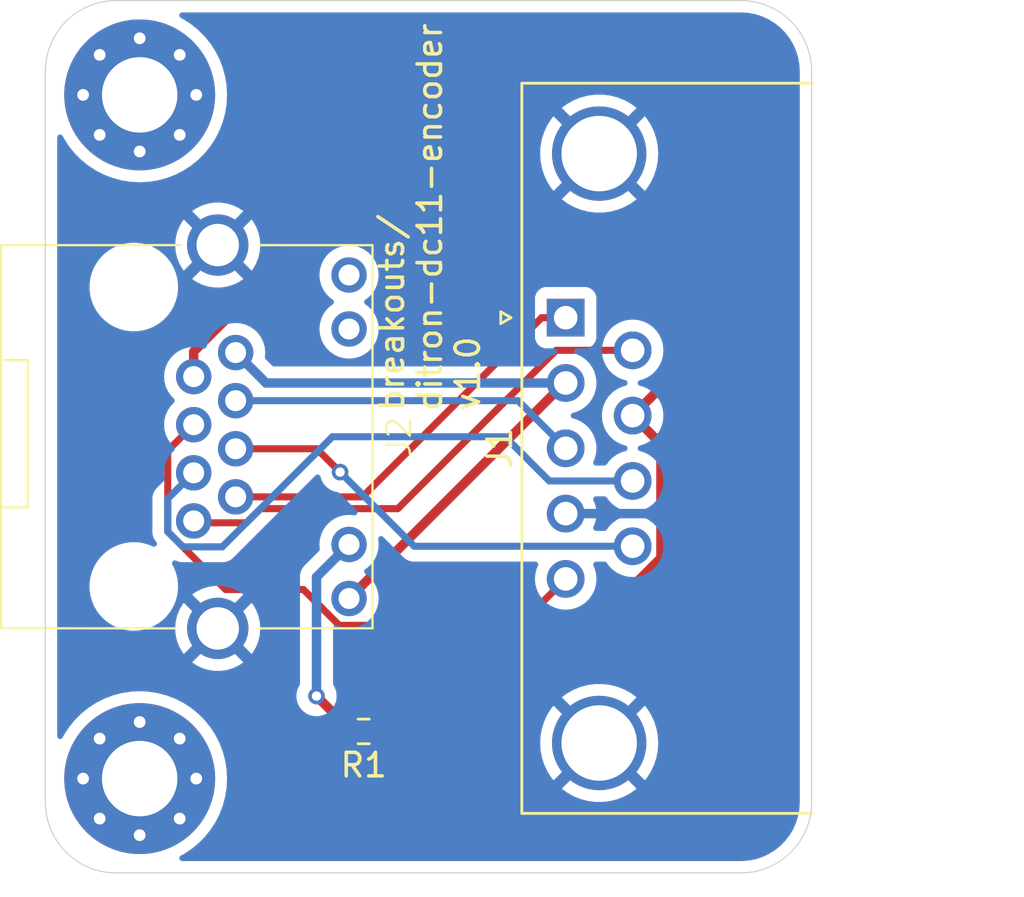
<source format=kicad_pcb>
(kicad_pcb (version 20240108) (generator "pcbnew") (generator_version "8.0")
  (layers (0 "F.Cu" signal) (31 "B.Cu" signal) (34 "B.Paste" user) (35 "F.Paste" user) (36 "B.SilkS" user "B.Silkscreen") (37 "F.SilkS" user "F.Silkscreen") (38 "B.Mask" user) (39 "F.Mask" user) (44 "Edge.Cuts" user))
  (net 0 "")
  (net 19 "/Z_P")
  (net 20 "/SHIELD")
  (net 21 "/A_P")
  (net 22 "+5V")
  (net 23 "/B_N")
  (net 24 "/A_N")
  (net 25 "/B_P")
  (net 26 "/Z_N")
  (net 27 "GND")
  (net 30 "Net-(J2-Pad10)")
  (footprint "Connector_Dsub:DSUB-9_Female_Horizontal_P2.77x2.84mm_EdgePinOffset7.70mm_Housed_MountingHolesOffset9.12mm" (layer "F.Cu") (at 169.069669 88.45 90)
    (property "Reference" "J1" (at -5.54 -2.8 90) (layer "F.SilkS"))
    (property "Value" "DB9_Receptacle")
    (fp_line (start 0.25 -2.754338) (end 0 -2.321325) (stroke (width 0.12)) (layer "F.SilkS"))
    (fp_line (start -0.25 -2.754338) (end 0.25 -2.754338) (stroke (width 0.12)) (layer "F.SilkS"))
    (fp_line (start 0 -2.321325) (end -0.25 -2.754338) (stroke (width 0.12)) (layer "F.SilkS"))
    (fp_line (start 9.945 -1.86) (end 9.945 10.48) (stroke (width 0.12)) (layer "F.SilkS"))
    (fp_line (start -21.025 -1.86) (end 9.945 -1.86) (stroke (width 0.12)) (layer "F.SilkS"))
    (fp_line (start -21.025 10.48) (end -21.025 -1.86) (stroke (width 0.12)) (layer "F.SilkS"))
    (pad "0" thru_hole circle (at -18.04 1.42 90) (size 4 4) (drill 3.2) (layers "*.Cu" "*.Mask") (net 20 "/SHIELD"))
    (pad "0" thru_hole circle (at 6.96 1.42 90) (size 4 4) (drill 3.2) (layers "*.Cu" "*.Mask") (net 20 "/SHIELD"))
    (pad "1" thru_hole rect (at 0 0 90) (size 1.6 1.6) (drill 1) (layers "*.Cu" "*.Mask") (net 24 "/A_N"))
    (pad "2" thru_hole circle (at -2.77 0 90) (size 1.6 1.6) (drill 1) (layers "*.Cu" "*.Mask") (net 27 "GND"))
    (pad "3" thru_hole circle (at -5.54 0 90) (size 1.6 1.6) (drill 1) (layers "*.Cu" "*.Mask") (net 23 "/B_N"))
    (pad "4" thru_hole circle (at -8.31 0 90) (size 1.6 1.6) (drill 1) (layers "*.Cu" "*.Mask") (net 20 "/SHIELD"))
    (pad "5" thru_hole circle (at -11.08 0 90) (size 1.6 1.6) (drill 1) (layers "*.Cu" "*.Mask") (net 26 "/Z_N"))
    (pad "6" thru_hole circle (at -1.385 2.84 90) (size 1.6 1.6) (drill 1) (layers "*.Cu" "*.Mask") (net 21 "/A_P"))
    (pad "7" thru_hole circle (at -4.155 2.84 90) (size 1.6 1.6) (drill 1) (layers "*.Cu" "*.Mask") (net 22 "+5V"))
    (pad "8" thru_hole circle (at -6.925 2.84 90) (size 1.6 1.6) (drill 1) (layers "*.Cu" "*.Mask") (net 25 "/B_P"))
    (pad "9" thru_hole circle (at -9.695 2.84 90) (size 1.6 1.6) (drill 1) (layers "*.Cu" "*.Mask") (net 19 "/Z_P"))
  )
  (footprint "Resistor_SMD:R_0603_1608Metric" (layer "F.Cu") (at 160.5 106 180)
    (property "Reference" "R1" (at 0 -1.43 0) (layer "F.SilkS"))
    (property "Value" "3K3")
    (fp_line (start -0.237258 0.5225) (end 0.237258 0.5225) (stroke (width 0.12)) (layer "F.SilkS"))
    (fp_line (start -0.237258 -0.5225) (end 0.237258 -0.5225) (stroke (width 0.12)) (layer "F.SilkS"))
    (pad "1" smd roundrect (at -0.825 0 180) (size 0.8 0.95) (layers "F.Cu" "F.Paste" "F.Mask") (net 22 "+5V"))
    (pad "2" smd roundrect (at 0.825 0 180) (size 0.8 0.95) (layers "F.Cu" "F.Paste" "F.Mask") (net 30 "Net-(J2-Pad10)"))
  )
  (footprint "hadv-connectors:R-RJ45R08P-C000" (layer "F.Cu") (at 153 93.5 -90)
    (property "Reference" "J2" (at 0 -9 90) (layer "F.SilkS") (effects (font (thickness 0.1))))
    (property "Value" "RJ45_LED_Shielded")
    (fp_line (start -8.125 7.875) (end -8.128 0.254) (stroke (width 0.1)) (layer "F.SilkS"))
    (fp_line (start 8.125 7.875) (end -8.125 7.875) (stroke (width 0.1)) (layer "F.SilkS"))
    (fp_line (start -3.25 7.75) (end -3.25 6.75) (stroke (width 0.1)) (layer "F.SilkS"))
    (fp_line (start -3.25 6.75) (end 3 6.75) (stroke (width 0.1)) (layer "F.SilkS"))
    (fp_line (start 3 6.75) (end 3 7.75) (stroke (width 0.1)) (layer "F.SilkS"))
    (fp_line (start 8.128 0.508) (end 8.125 7.875) (stroke (width 0.1)) (layer "F.SilkS"))
    (fp_line (start -8.125 -7.875) (end -8.128 -3.048) (stroke (width 0.1)) (layer "F.SilkS"))
    (fp_line (start -8.125 -7.875) (end 8.125 -7.875) (stroke (width 0.1)) (layer "F.SilkS"))
    (fp_line (start 8.125 -7.875) (end 8.128 -3.048) (stroke (width 0.1)) (layer "F.SilkS"))
    (pad "" np_thru_hole circle (at -6.35 2.25 270) (size 3.25 3.25) (drill 3.25) (layers "F&B.Cu" "*.Mask"))
    (pad "" np_thru_hole circle (at 6.35 2.25 270) (size 3.25 3.25) (drill 3.25) (layers "F&B.Cu" "*.Mask"))
    (pad "1" thru_hole circle (at 3.57 -0.29 270) (size 1.5 1.5) (drill 0.89) (layers "*.Cu" "*.Mask") (net 21 "/A_P"))
    (pad "2" thru_hole circle (at 2.55 -2.07 270) (size 1.5 1.5) (drill 0.89) (layers "*.Cu" "*.Mask") (net 24 "/A_N"))
    (pad "3" thru_hole circle (at 1.53 -0.29 270) (size 1.5 1.5) (drill 0.89) (layers "*.Cu" "*.Mask") (net 25 "/B_P"))
    (pad "4" thru_hole circle (at 0.51 -2.07 270) (size 1.5 1.5) (drill 0.89) (layers "*.Cu" "*.Mask") (net 19 "/Z_P"))
    (pad "5" thru_hole circle (at -0.51 -0.29 270) (size 1.5 1.5) (drill 0.89) (layers "*.Cu" "*.Mask") (net 26 "/Z_N"))
    (pad "6" thru_hole circle (at -1.53 -2.07 270) (size 1.5 1.5) (drill 0.89) (layers "*.Cu" "*.Mask") (net 23 "/B_N"))
    (pad "7" thru_hole circle (at -2.55 -0.29 270) (size 1.5 1.5) (drill 0.89) (layers "*.Cu" "*.Mask") (net 22 "+5V"))
    (pad "8" thru_hole circle (at -3.57 -2.07 270) (size 1.5 1.5) (drill 0.89) (layers "*.Cu" "*.Mask") (net 27 "GND"))
    (pad "9" thru_hole circle (at 6.86 -6.88 270) (size 1.5 1.5) (drill 0.89) (layers "*.Cu" "*.Mask") (net 27 "GND"))
    (pad "10" thru_hole circle (at 4.57 -6.88 270) (size 1.5 1.5) (drill 0.89) (layers "*.Cu" "*.Mask") (net 30 "Net-(J2-Pad10)"))
    (pad "11" thru_hole circle (at -4.57 -6.88 270) (size 1.5 1.5) (drill 0.89) (layers "*.Cu" "*.Mask"))
    (pad "12" thru_hole circle (at -6.86 -6.88 270) (size 1.5 1.5) (drill 0.89) (layers "*.Cu" "*.Mask"))
    (pad "SH" thru_hole circle (at -8.13 -1.31 270) (size 2.6 2.6) (drill 1.8) (layers "*.Cu" "*.Mask") (net 20 "/SHIELD"))
    (pad "SH" thru_hole circle (at 8.13 -1.31 270) (size 2.6 2.6) (drill 1.8) (layers "*.Cu" "*.Mask") (net 20 "/SHIELD"))
  )
  (footprint "MountingHole:MountingHole_3.2mm_M3_Pad_Via" (layer "F.Cu") (at 151 79)
    (property "Reference" "H2" (hide yes))
    (property "Value" "MH_3.2mm")
    (pad "1" thru_hole circle (at -2.4 0) (size 0.8 0.8) (drill 0.5) (layers "*.Cu" "*.Mask"))
    (pad "1" thru_hole circle (at -1.697056 -1.697056) (size 0.8 0.8) (drill 0.5) (layers "*.Cu" "*.Mask"))
    (pad "1" thru_hole circle (at -1.697056 1.697056) (size 0.8 0.8) (drill 0.5) (layers "*.Cu" "*.Mask"))
    (pad "1" thru_hole circle (at 0 -2.4) (size 0.8 0.8) (drill 0.5) (layers "*.Cu" "*.Mask"))
    (pad "1" thru_hole circle (at 0 0) (size 6.4 6.4) (drill 3.2) (layers "*.Cu" "*.Mask"))
    (pad "1" thru_hole circle (at 0 2.4) (size 0.8 0.8) (drill 0.5) (layers "*.Cu" "*.Mask"))
    (pad "1" thru_hole circle (at 1.697056 -1.697056) (size 0.8 0.8) (drill 0.5) (layers "*.Cu" "*.Mask"))
    (pad "1" thru_hole circle (at 1.697056 1.697056) (size 0.8 0.8) (drill 0.5) (layers "*.Cu" "*.Mask"))
    (pad "1" thru_hole circle (at 2.4 0) (size 0.8 0.8) (drill 0.5) (layers "*.Cu" "*.Mask"))
  )
  (footprint "MountingHole:MountingHole_3.2mm_M3_Pad_Via" (layer "F.Cu") (at 151 108)
    (property "Reference" "H1" (hide yes))
    (property "Value" "MH_3.2mm")
    (pad "1" thru_hole circle (at -2.4 0) (size 0.8 0.8) (drill 0.5) (layers "*.Cu" "*.Mask"))
    (pad "1" thru_hole circle (at -1.697056 -1.697056) (size 0.8 0.8) (drill 0.5) (layers "*.Cu" "*.Mask"))
    (pad "1" thru_hole circle (at -1.697056 1.697056) (size 0.8 0.8) (drill 0.5) (layers "*.Cu" "*.Mask"))
    (pad "1" thru_hole circle (at 0 -2.4) (size 0.8 0.8) (drill 0.5) (layers "*.Cu" "*.Mask"))
    (pad "1" thru_hole circle (at 0 0) (size 6.4 6.4) (drill 3.2) (layers "*.Cu" "*.Mask"))
    (pad "1" thru_hole circle (at 0 2.4) (size 0.8 0.8) (drill 0.5) (layers "*.Cu" "*.Mask"))
    (pad "1" thru_hole circle (at 1.697056 -1.697056) (size 0.8 0.8) (drill 0.5) (layers "*.Cu" "*.Mask"))
    (pad "1" thru_hole circle (at 1.697056 1.697056) (size 0.8 0.8) (drill 0.5) (layers "*.Cu" "*.Mask"))
    (pad "1" thru_hole circle (at 2.4 0) (size 0.8 0.8) (drill 0.5) (layers "*.Cu" "*.Mask"))
  )
  (gr_line (start 150 75) (end 176.5 75) (stroke (width 0.05)) (layer "Edge.Cuts"))
  (gr_arc (start 176.5 75) (mid 178.62132 75.87868) (end 179.5 78) (stroke (width 0.05)) (layer "Edge.Cuts"))
  (gr_arc (start 147 78) (mid 147.87868 75.87868) (end 150 75) (stroke (width 0.05)) (layer "Edge.Cuts"))
  (gr_arc (start 179.5 109) (mid 178.62132 111.12132) (end 176.5 112) (stroke (width 0.05)) (layer "Edge.Cuts"))
  (gr_arc (start 150 112) (mid 147.87868 111.12132) (end 147 109) (stroke (width 0.05)) (layer "Edge.Cuts"))
  (gr_line (start 147 109) (end 147 78) (stroke (width 0.05)) (layer "Edge.Cuts"))
  (gr_line (start 179.5 78) (end 179.5 109) (stroke (width 0.05)) (layer "Edge.Cuts"))
  (gr_line (start 176.5 112) (end 150 112) (stroke (width 0.05)) (layer "Edge.Cuts"))
  (gr_text "breakouts/\nditron-dc11-encoder \nv1.0" (at 165.5 92.5 90) (layer "F.SilkS") (effects (font (size 1 1)) (justify left bottom)))
  (segment (start 155.07 94.01) (end 158.51 94.01) (width 0.3) (layer "F.Cu") (net 19))
  (segment (start 158.51 94.01) (end 159.5 95) (width 0.3) (layer "F.Cu") (net 19))
  (via (at 159.5 95) (size 0.7) (drill 0.4) (layers "F.Cu" "B.Cu") (net 19))
  (segment (start 162.645 98.145) (end 171.909669 98.145) (width 0.3) (layer "B.Cu") (net 19))
  (segment (start 159.5 95) (end 162.645 98.145) (width 0.3) (layer "B.Cu") (net 19))
  (segment (start 169.069669 96.76) (end 174.76 96.76) (width 0.4) (layer "B.Cu") (net 20))
  (segment (start 174.76 96.76) (end 175 97) (width 0.4) (layer "B.Cu") (net 20))
  (segment (start 171.909669 89.835) (end 168.665 89.835) (width 0.3) (layer "F.Cu") (net 21))
  (segment (start 156.125635 96.55) (end 155.525635 97.15) (width 0.3) (layer "F.Cu") (net 21))
  (segment (start 161.95 96.55) (end 156.125635 96.55) (width 0.3) (layer "F.Cu") (net 21))
  (segment (start 168.665 89.835) (end 161.95 96.55) (width 0.3) (layer "F.Cu") (net 21))
  (segment (start 153.37 97.15) (end 153.29 97.07) (width 0.3) (layer "F.Cu") (net 21))
  (segment (start 155.525635 97.15) (end 153.37 97.15) (width 0.3) (layer "F.Cu") (net 21))
  (segment (start 173.109669 98.642057) (end 173.109669 93.805) (width 0.4) (layer "F.Cu") (net 22))
  (segment (start 161.325 106) (end 162.325 106) (width 0.4) (layer "F.Cu") (net 22))
  (segment (start 158.17934 85) (end 171 85) (width 0.4) (layer "F.Cu") (net 22))
  (segment (start 153.29 90.95) (end 153.29 89.88934) (width 0.4) (layer "F.Cu") (net 22))
  (segment (start 173.109669 93.805) (end 171.909669 92.605) (width 0.4) (layer "F.Cu") (net 22))
  (segment (start 164.235 104.09) (end 167.661726 104.09) (width 0.4) (layer "F.Cu") (net 22))
  (segment (start 153.29 89.88934) (end 158.17934 85) (width 0.4) (layer "F.Cu") (net 22))
  (segment (start 167.661726 104.09) (end 173.109669 98.642057) (width 0.4) (layer "F.Cu") (net 22))
  (segment (start 162.325 106) (end 164.235 104.09) (width 0.4) (layer "F.Cu") (net 22))
  (segment (start 171 85) (end 173.5 87.5) (width 0.4) (layer "F.Cu") (net 22))
  (segment (start 173.5 87.5) (end 173.5 91.014669) (width 0.4) (layer "F.Cu") (net 22))
  (segment (start 173.5 91.014669) (end 171.909669 92.605) (width 0.4) (layer "F.Cu") (net 22))
  (segment (start 155.07 91.97) (end 167.049669 91.97) (width 0.3) (layer "B.Cu") (net 23))
  (segment (start 167.049669 91.97) (end 169.069669 93.99) (width 0.3) (layer "B.Cu") (net 23))
  (segment (start 160.45 96.05) (end 155.07 96.05) (width 0.3) (layer "F.Cu") (net 24))
  (segment (start 168.05 88.45) (end 160.45 96.05) (width 0.3) (layer "F.Cu") (net 24))
  (segment (start 169.069669 88.45) (end 168.05 88.45) (width 0.3) (layer "F.Cu") (net 24))
  (segment (start 168.375 95.375) (end 171.909669 95.375) (width 0.3) (layer "B.Cu") (net 25))
  (segment (start 153.29 95.03) (end 152.19 96.13) (width 0.3) (layer "B.Cu") (net 25))
  (segment (start 159.175635 93.5) (end 166.5 93.5) (width 0.3) (layer "B.Cu") (net 25))
  (segment (start 166.5 93.5) (end 168.375 95.375) (width 0.3) (layer "B.Cu") (net 25))
  (segment (start 152.19 97.525635) (end 152.834365 98.17) (width 0.3) (layer "B.Cu") (net 25))
  (segment (start 152.834365 98.17) (end 154.505635 98.17) (width 0.3) (layer "B.Cu") (net 25))
  (segment (start 152.19 96.13) (end 152.19 97.525635) (width 0.3) (layer "B.Cu") (net 25))
  (segment (start 154.505635 98.17) (end 159.175635 93.5) (width 0.3) (layer "B.Cu") (net 25))
  (segment (start 157.944365 99.98) (end 159.464365 101.5) (width 0.3) (layer "F.Cu") (net 26))
  (segment (start 152.19 94.09) (end 152.19 97.525635) (width 0.3) (layer "F.Cu") (net 26))
  (segment (start 167.099669 101.5) (end 169.069669 99.53) (width 0.3) (layer "F.Cu") (net 26))
  (segment (start 152.19 97.525635) (end 154.644365 99.98) (width 0.3) (layer "F.Cu") (net 26))
  (segment (start 154.644365 99.98) (end 157.944365 99.98) (width 0.3) (layer "F.Cu") (net 26))
  (segment (start 153.29 92.99) (end 152.19 94.09) (width 0.3) (layer "F.Cu") (net 26))
  (segment (start 159.464365 101.5) (end 167.099669 101.5) (width 0.3) (layer "F.Cu") (net 26))
  (segment (start 159.88 100.36) (end 169.02 91.22) (width 0.4) (layer "F.Cu") (net 27))
  (segment (start 169.02 91.22) (end 169.069669 91.22) (width 0.4) (layer "F.Cu") (net 27))
  (segment (start 156.36 91.22) (end 169.069669 91.22) (width 0.4) (layer "B.Cu") (net 27))
  (segment (start 155.07 89.93) (end 156.36 91.22) (width 0.4) (layer "B.Cu") (net 27))
  (segment (start 158.5 104.5) (end 159.675 105.675) (width 0.4) (layer "F.Cu") (net 30))
  (segment (start 159.675 105.675) (end 159.675 106) (width 0.4) (layer "F.Cu") (net 30))
  (via (at 158.5 104.5) (size 0.7) (drill 0.4) (layers "F.Cu" "B.Cu") (net 30))
  (segment (start 158.5 99.45) (end 159.88 98.07) (width 0.4) (layer "B.Cu") (net 30))
  (segment (start 158.5 104.5) (end 158.5 99.45) (width 0.4) (layer "B.Cu") (net 30))
  (zone (net 20) (net_name "/SHIELD") (layer "B.Cu") (connect_pads (clearance 0.5)) (min_thickness 0.25) (fill yes (thermal_gap 0.5) (thermal_bridge_width 0.5))
    (polygon (pts (xy 147 75) (xy 179.5 75) (xy 179.5 112) (xy 147 111.5)))
  )
)
</source>
